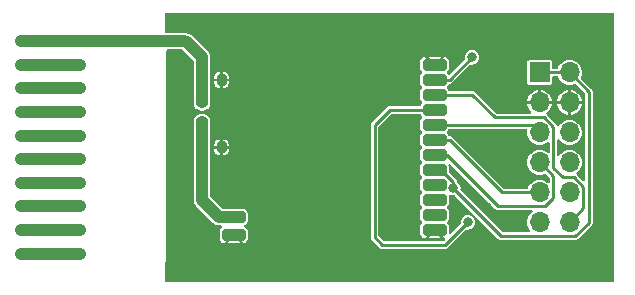
<source format=gbr>
%TF.GenerationSoftware,KiCad,Pcbnew,7.0.4*%
%TF.CreationDate,2023-05-26T13:26:56+02:00*%
%TF.ProjectId,AS4432_868,41533434-3332-45f3-9836-382e6b696361,rev?*%
%TF.SameCoordinates,Original*%
%TF.FileFunction,Copper,L1,Top*%
%TF.FilePolarity,Positive*%
%FSLAX46Y46*%
G04 Gerber Fmt 4.6, Leading zero omitted, Abs format (unit mm)*
G04 Created by KiCad (PCBNEW 7.0.4) date 2023-05-26 13:26:56*
%MOMM*%
%LPD*%
G01*
G04 APERTURE LIST*
G04 Aperture macros list*
%AMRoundRect*
0 Rectangle with rounded corners*
0 $1 Rounding radius*
0 $2 $3 $4 $5 $6 $7 $8 $9 X,Y pos of 4 corners*
0 Add a 4 corners polygon primitive as box body*
4,1,4,$2,$3,$4,$5,$6,$7,$8,$9,$2,$3,0*
0 Add four circle primitives for the rounded corners*
1,1,$1+$1,$2,$3*
1,1,$1+$1,$4,$5*
1,1,$1+$1,$6,$7*
1,1,$1+$1,$8,$9*
0 Add four rect primitives between the rounded corners*
20,1,$1+$1,$2,$3,$4,$5,0*
20,1,$1+$1,$4,$5,$6,$7,0*
20,1,$1+$1,$6,$7,$8,$9,0*
20,1,$1+$1,$8,$9,$2,$3,0*%
%AMOutline4P*
0 Free polygon, 4 corners , with rotation*
0 The origin of the aperture is its center*
0 number of corners: always 4*
0 $1 to $8 corner X, Y*
0 $9 Rotation angle, in degrees counterclockwise*
0 create outline with 4 corners*
4,1,4,$1,$2,$3,$4,$5,$6,$7,$8,$1,$2,$9*%
G04 Aperture macros list end*
%TA.AperFunction,EtchedComponent*%
%ADD10C,1.000000*%
%TD*%
%TA.AperFunction,ComponentPad*%
%ADD11R,1.700000X1.700000*%
%TD*%
%TA.AperFunction,ComponentPad*%
%ADD12O,1.700000X1.700000*%
%TD*%
%TA.AperFunction,SMDPad,CuDef*%
%ADD13RoundRect,0.250000X0.750000X0.250000X-0.750000X0.250000X-0.750000X-0.250000X0.750000X-0.250000X0*%
%TD*%
%TA.AperFunction,SMDPad,CuDef*%
%ADD14RoundRect,0.200000X-0.200000X-0.275000X0.200000X-0.275000X0.200000X0.275000X-0.200000X0.275000X0*%
%TD*%
%TA.AperFunction,ComponentPad*%
%ADD15C,1.000000*%
%TD*%
%TA.AperFunction,SMDPad,CuDef*%
%ADD16Outline4P,-0.350000X-0.400000X0.350000X-0.400000X0.050000X0.400000X-0.050000X0.400000X270.000000*%
%TD*%
%TA.AperFunction,SMDPad,CuDef*%
%ADD17RoundRect,0.200000X0.275000X-0.200000X0.275000X0.200000X-0.275000X0.200000X-0.275000X-0.200000X0*%
%TD*%
%TA.AperFunction,ViaPad*%
%ADD18C,0.800000*%
%TD*%
%TA.AperFunction,Conductor*%
%ADD19C,0.250000*%
%TD*%
%TA.AperFunction,Conductor*%
%ADD20C,1.000000*%
%TD*%
G04 APERTURE END LIST*
D10*
%TO.C,AE1*%
X105960000Y-58530000D02*
X110960000Y-58530000D01*
X105960000Y-56530000D02*
X110960000Y-56530000D01*
X105960000Y-54530000D02*
X110960000Y-54530000D01*
X105960000Y-52530000D02*
X110960000Y-52530000D01*
X105960000Y-50530000D02*
X110960000Y-50530000D01*
X105960000Y-48530000D02*
X110960000Y-48530000D01*
X105960000Y-46530000D02*
X110960000Y-46530000D01*
X105960000Y-44530000D02*
X110960000Y-44530000D01*
X105960000Y-42530000D02*
X110960000Y-42530000D01*
X116960000Y-40530000D02*
X105960000Y-40530000D01*
%TD*%
D11*
%TO.P,J1,1,Pin_1*%
%TO.N,VCC*%
X149860000Y-43180000D03*
D12*
%TO.P,J1,2,Pin_2*%
X152400000Y-43180000D03*
%TO.P,J1,3,Pin_3*%
%TO.N,GND*%
X149860000Y-45720000D03*
%TO.P,J1,4,Pin_4*%
X152400000Y-45720000D03*
%TO.P,J1,5,Pin_5*%
%TO.N,SCK*%
X149860000Y-48260000D03*
%TO.P,J1,6,Pin_6*%
%TO.N,unconnected-(J1-Pin_6-Pad6)*%
X152400000Y-48260000D03*
%TO.P,J1,7,Pin_7*%
%TO.N,MISO*%
X149860000Y-50800000D03*
%TO.P,J1,8,Pin_8*%
%TO.N,nCS2*%
X152400000Y-50800000D03*
%TO.P,J1,9,Pin_9*%
%TO.N,MOSI*%
X149860000Y-53340000D03*
%TO.P,J1,10,Pin_10*%
%TO.N,nRESET*%
X152400000Y-53340000D03*
%TO.P,J1,11,Pin_11*%
%TO.N,nCS*%
X149860000Y-55880000D03*
%TO.P,J1,12,Pin_12*%
%TO.N,IRQ*%
X152400000Y-55880000D03*
%TD*%
D13*
%TO.P,U1,1,GND*%
%TO.N,GND*%
X140970000Y-56515000D03*
%TO.P,U1,2,DIO0*%
%TO.N,unconnected-(U1-DIO0-Pad2)*%
X140970000Y-55245000D03*
%TO.P,U1,3,DIO1*%
%TO.N,unconnected-(U1-DIO1-Pad3)*%
X140970000Y-53975000D03*
%TO.P,U1,4,DIO2*%
%TO.N,unconnected-(U1-DIO2-Pad4)*%
X140970000Y-52705000D03*
%TO.P,U1,5,3.3V*%
%TO.N,VCC*%
X140970000Y-51435000D03*
%TO.P,U1,6,MISO*%
%TO.N,MISO*%
X140970000Y-50165000D03*
%TO.P,U1,7,MOSI*%
%TO.N,MOSI*%
X140970000Y-48895000D03*
%TO.P,U1,8,SCK*%
%TO.N,SCK*%
X140970000Y-47625000D03*
%TO.P,U1,9,NSS*%
%TO.N,nCS*%
X140970000Y-46355000D03*
%TO.P,U1,10,IRQ*%
%TO.N,IRQ*%
X140970000Y-45085000D03*
%TO.P,U1,11,SDN*%
%TO.N,nRESET*%
X140970000Y-43815000D03*
%TO.P,U1,12,GND*%
%TO.N,GND*%
X140970000Y-42545000D03*
%TO.P,U1,13,ANT*%
%TO.N,Net-(U1-ANT)*%
X123970000Y-55435000D03*
%TO.P,U1,14,GND*%
%TO.N,GND*%
X123970000Y-56935000D03*
%TD*%
D14*
%TO.P,M1,1*%
%TO.N,Net-(U1-ANT)*%
X121285000Y-49530000D03*
%TO.P,M1,2*%
%TO.N,GND*%
X122935000Y-49530000D03*
%TD*%
%TO.P,M3,1*%
%TO.N,Net-(AE1-A)*%
X121285000Y-43815000D03*
%TO.P,M3,2*%
%TO.N,GND*%
X122935000Y-43815000D03*
%TD*%
D15*
%TO.P,AE1,*%
%TO.N,*%
X105960000Y-58530000D03*
X110960000Y-58530000D03*
X105960000Y-56530000D03*
X110960000Y-56530000D03*
X105960000Y-54530000D03*
X110960000Y-54530000D03*
X105960000Y-52530000D03*
X110960000Y-52530000D03*
X105960000Y-50530000D03*
X110960000Y-50530000D03*
X105960000Y-48530000D03*
X110960000Y-48530000D03*
X105960000Y-46530000D03*
X110960000Y-46530000D03*
X105960000Y-44530000D03*
X110960000Y-44530000D03*
X105960000Y-42530000D03*
X110960000Y-42530000D03*
X105960000Y-40530000D03*
D16*
%TO.P,AE1,1,A*%
%TO.N,Net-(AE1-A)*%
X117660000Y-40530000D03*
%TD*%
D17*
%TO.P,M2,1*%
%TO.N,Net-(U1-ANT)*%
X121285000Y-47370000D03*
%TO.P,M2,2*%
%TO.N,Net-(AE1-A)*%
X121285000Y-45720000D03*
%TD*%
D18*
%TO.N,GND*%
X155575000Y-56515000D03*
X125095000Y-60325000D03*
X141605000Y-38735000D03*
X142875000Y-60325000D03*
X155575000Y-41275000D03*
X153035000Y-38735000D03*
X120015000Y-38735000D03*
X128905000Y-38735000D03*
X145415000Y-54610000D03*
X155575000Y-50165000D03*
X145415000Y-57150000D03*
X131445000Y-60325000D03*
X140335000Y-60325000D03*
X123825000Y-38735000D03*
X153035000Y-60325000D03*
X148590000Y-49530000D03*
X121285000Y-38735000D03*
X132715000Y-38735000D03*
X133985000Y-38735000D03*
X155575000Y-38735000D03*
X133985000Y-60325000D03*
X155575000Y-47625000D03*
X136525000Y-60325000D03*
X155575000Y-57785000D03*
X154305000Y-38735000D03*
X121285000Y-60325000D03*
X155575000Y-60325000D03*
X126365000Y-38735000D03*
X118745000Y-60325000D03*
X146685000Y-60325000D03*
X147955000Y-38735000D03*
X155575000Y-40005000D03*
X145415000Y-60325000D03*
X155575000Y-53975000D03*
X150495000Y-60325000D03*
X130175000Y-60325000D03*
X144145000Y-60325000D03*
X155575000Y-51435000D03*
X154305000Y-60325000D03*
X144145000Y-38735000D03*
X120015000Y-60325000D03*
X123825000Y-60325000D03*
X155575000Y-59055000D03*
X147955000Y-43180000D03*
X145415000Y-38735000D03*
X135255000Y-38735000D03*
X131445000Y-38735000D03*
X139065000Y-38735000D03*
X151765000Y-60325000D03*
X122555000Y-38735000D03*
X155575000Y-52705000D03*
X155575000Y-42545000D03*
X136525000Y-38735000D03*
X118745000Y-38735000D03*
X140335000Y-38735000D03*
X128905000Y-60325000D03*
X137160000Y-47625000D03*
X130175000Y-38735000D03*
X139065000Y-60325000D03*
X141605000Y-60325000D03*
X142875000Y-38735000D03*
X155575000Y-43815000D03*
X155575000Y-55245000D03*
X146685000Y-38735000D03*
X155575000Y-46355000D03*
X155575000Y-48895000D03*
X149225000Y-60325000D03*
X132715000Y-60325000D03*
X150495000Y-38735000D03*
X137795000Y-38735000D03*
X155575000Y-45085000D03*
X147955000Y-60325000D03*
X149225000Y-38735000D03*
X137795000Y-60325000D03*
X127635000Y-60325000D03*
X125095000Y-38735000D03*
X122555000Y-60325000D03*
X151765000Y-38735000D03*
X127635000Y-38735000D03*
X126365000Y-60325000D03*
X135255000Y-60325000D03*
X137795000Y-53340000D03*
%TO.N,nRESET*%
X144145000Y-41910000D03*
%TO.N,nCS*%
X143787500Y-55880000D03*
%TO.N,SCK*%
X140970000Y-47625000D03*
%TO.N,MOSI*%
X140970000Y-48895000D03*
%TO.N,MISO*%
X140970000Y-50165000D03*
%TO.N,VCC*%
X140970000Y-51345500D03*
X142568418Y-52997863D03*
%TD*%
D19*
%TO.N,nRESET*%
X142240000Y-43815000D02*
X140970000Y-43815000D01*
X144145000Y-41910000D02*
X142240000Y-43815000D01*
%TO.N,nCS*%
X135890000Y-47625000D02*
X135890000Y-57150000D01*
X141882500Y-57785000D02*
X143787500Y-55880000D01*
X137160000Y-46355000D02*
X135890000Y-47625000D01*
X136525000Y-57785000D02*
X141882500Y-57785000D01*
X135890000Y-57150000D02*
X136525000Y-57785000D01*
X140970000Y-46355000D02*
X137160000Y-46355000D01*
%TO.N,SCK*%
X149860000Y-48260000D02*
X149225000Y-47625000D01*
X149225000Y-47625000D02*
X140970000Y-47625000D01*
%TO.N,MOSI*%
X142240000Y-48895000D02*
X140970000Y-48895000D01*
X149860000Y-53340000D02*
X146685000Y-53340000D01*
X146685000Y-53340000D02*
X142240000Y-48895000D01*
%TO.N,MISO*%
X140970000Y-50165000D02*
X141995305Y-50165000D01*
X151035000Y-51975000D02*
X149860000Y-50800000D01*
X151035000Y-53826701D02*
X151035000Y-51975000D01*
X150346701Y-54515000D02*
X151035000Y-53826701D01*
X141995305Y-50165000D02*
X146345305Y-54515000D01*
X146345305Y-54515000D02*
X150346701Y-54515000D01*
%TO.N,VCC*%
X154025000Y-44805000D02*
X152400000Y-43180000D01*
X141513173Y-51435000D02*
X142568418Y-52490245D01*
X140970000Y-51435000D02*
X141513173Y-51435000D01*
X142568418Y-52997863D02*
X146625555Y-57055000D01*
X154025000Y-55916701D02*
X154025000Y-44805000D01*
X152400000Y-43180000D02*
X149860000Y-43180000D01*
X142568418Y-52490245D02*
X142568418Y-52997863D01*
X152886701Y-57055000D02*
X154025000Y-55916701D01*
X146625555Y-57055000D02*
X152886701Y-57055000D01*
D20*
%TO.N,Net-(AE1-A)*%
X121285000Y-43815000D02*
X121285000Y-45720000D01*
X115000000Y-40530000D02*
X119795000Y-40530000D01*
X121285000Y-41910000D02*
X121285000Y-43815000D01*
X121285000Y-41910000D02*
X120015000Y-40640000D01*
D19*
%TO.N,IRQ*%
X146050000Y-46990000D02*
X144145000Y-45085000D01*
X144145000Y-45085000D02*
X140970000Y-45085000D01*
X152400000Y-55880000D02*
X153575000Y-54705000D01*
X150251701Y-46990000D02*
X146050000Y-46990000D01*
X151035000Y-51286701D02*
X151035000Y-47773299D01*
X151035000Y-47773299D02*
X150251701Y-46990000D01*
X153575000Y-52853299D02*
X152791701Y-52070000D01*
X151818299Y-52070000D02*
X151035000Y-51286701D01*
X153575000Y-54705000D02*
X153575000Y-52853299D01*
X152791701Y-52070000D02*
X151818299Y-52070000D01*
D20*
%TO.N,Net-(U1-ANT)*%
X121285000Y-53975000D02*
X121285000Y-49530000D01*
X121285000Y-47370000D02*
X121285000Y-49530000D01*
X122745000Y-55435000D02*
X121285000Y-53975000D01*
X123970000Y-55435000D02*
X122745000Y-55435000D01*
%TD*%
%TA.AperFunction,Conductor*%
%TO.N,GND*%
G36*
X139757082Y-46699407D02*
G01*
X139792335Y-46746802D01*
X139817207Y-46817883D01*
X139900847Y-46931211D01*
X139920189Y-46989258D01*
X139901718Y-47047589D01*
X139900848Y-47048787D01*
X139817206Y-47162118D01*
X139772355Y-47290296D01*
X139772353Y-47290305D01*
X139769500Y-47320725D01*
X139769500Y-47929274D01*
X139772353Y-47959694D01*
X139772355Y-47959703D01*
X139817207Y-48087883D01*
X139900847Y-48201211D01*
X139920189Y-48259258D01*
X139901718Y-48317589D01*
X139900848Y-48318787D01*
X139817206Y-48432118D01*
X139772355Y-48560296D01*
X139772353Y-48560305D01*
X139769500Y-48590725D01*
X139769500Y-49199274D01*
X139772353Y-49229694D01*
X139772355Y-49229703D01*
X139817207Y-49357883D01*
X139900847Y-49471212D01*
X139920189Y-49529260D01*
X139901717Y-49587590D01*
X139900847Y-49588788D01*
X139817207Y-49702116D01*
X139772355Y-49830296D01*
X139772353Y-49830305D01*
X139769500Y-49860725D01*
X139769500Y-50469274D01*
X139772353Y-50499694D01*
X139772355Y-50499703D01*
X139817207Y-50627883D01*
X139900847Y-50741212D01*
X139920189Y-50799260D01*
X139901717Y-50857590D01*
X139900847Y-50858788D01*
X139817207Y-50972116D01*
X139772355Y-51100296D01*
X139772353Y-51100305D01*
X139769500Y-51130725D01*
X139769500Y-51739274D01*
X139772353Y-51769694D01*
X139772355Y-51769703D01*
X139817207Y-51897883D01*
X139900847Y-52011212D01*
X139920189Y-52069260D01*
X139901717Y-52127590D01*
X139900847Y-52128788D01*
X139817207Y-52242116D01*
X139772355Y-52370296D01*
X139772353Y-52370305D01*
X139769500Y-52400725D01*
X139769500Y-53009274D01*
X139772353Y-53039694D01*
X139772355Y-53039703D01*
X139817207Y-53167883D01*
X139900847Y-53281212D01*
X139920189Y-53339260D01*
X139901717Y-53397590D01*
X139900847Y-53398788D01*
X139817207Y-53512116D01*
X139772355Y-53640296D01*
X139772353Y-53640305D01*
X139769500Y-53670725D01*
X139769500Y-54279274D01*
X139772353Y-54309694D01*
X139772355Y-54309703D01*
X139817207Y-54437883D01*
X139900847Y-54551211D01*
X139920189Y-54609258D01*
X139901718Y-54667589D01*
X139900848Y-54668787D01*
X139817206Y-54782118D01*
X139772355Y-54910296D01*
X139772353Y-54910305D01*
X139769500Y-54940725D01*
X139769500Y-55549274D01*
X139772353Y-55579694D01*
X139772355Y-55579703D01*
X139817206Y-55707881D01*
X139901158Y-55821633D01*
X139920499Y-55879681D01*
X139902027Y-55938012D01*
X139901158Y-55939209D01*
X139817654Y-56052353D01*
X139772850Y-56180398D01*
X139770000Y-56210788D01*
X139770000Y-56819203D01*
X139772850Y-56849600D01*
X139772850Y-56849602D01*
X139817654Y-56977647D01*
X139898207Y-57086790D01*
X139898209Y-57086792D01*
X140007352Y-57167345D01*
X140132456Y-57211119D01*
X140899995Y-56443582D01*
X140954512Y-56415805D01*
X141014944Y-56425376D01*
X141040003Y-56443582D01*
X141826942Y-57230520D01*
X141838902Y-57237664D01*
X141862956Y-57293923D01*
X141849348Y-57353576D01*
X141834360Y-57372812D01*
X141776670Y-57430503D01*
X141722154Y-57458281D01*
X141706666Y-57459500D01*
X136700834Y-57459500D01*
X136642643Y-57440593D01*
X136630830Y-57430503D01*
X136415327Y-57214999D01*
X140411422Y-57214999D01*
X141528577Y-57214999D01*
X140969999Y-56656421D01*
X140411422Y-57214999D01*
X136415327Y-57214999D01*
X136244496Y-57044168D01*
X136216719Y-56989652D01*
X136215500Y-56974165D01*
X136215500Y-47800834D01*
X136234407Y-47742643D01*
X136244496Y-47730830D01*
X137265831Y-46709496D01*
X137320348Y-46681719D01*
X137335835Y-46680500D01*
X139698891Y-46680500D01*
X139757082Y-46699407D01*
G37*
%TD.AperFunction*%
%TA.AperFunction,Conductor*%
G36*
X142297830Y-50930102D02*
G01*
X142311456Y-50941477D01*
X146103562Y-54733584D01*
X146106480Y-54736769D01*
X146132849Y-54768193D01*
X146132850Y-54768194D01*
X146168378Y-54788706D01*
X146172017Y-54791025D01*
X146205616Y-54814551D01*
X146205618Y-54814552D01*
X146205621Y-54814554D01*
X146207072Y-54814942D01*
X146230964Y-54824840D01*
X146231491Y-54825143D01*
X146232260Y-54825588D01*
X146272656Y-54832710D01*
X146276853Y-54833640D01*
X146316498Y-54844264D01*
X146357378Y-54840687D01*
X146361679Y-54840500D01*
X149194035Y-54840500D01*
X149252226Y-54859407D01*
X149288190Y-54908907D01*
X149288190Y-54970093D01*
X149256840Y-55016028D01*
X149113595Y-55133585D01*
X149113585Y-55133595D01*
X148982316Y-55293547D01*
X148884768Y-55476045D01*
X148824699Y-55674065D01*
X148824698Y-55674070D01*
X148804417Y-55879996D01*
X148804417Y-55880003D01*
X148824698Y-56085929D01*
X148824699Y-56085934D01*
X148884768Y-56283954D01*
X148982316Y-56466452D01*
X149065404Y-56567695D01*
X149087704Y-56624672D01*
X149072255Y-56683875D01*
X149024958Y-56722690D01*
X148988876Y-56729500D01*
X146801390Y-56729500D01*
X146743199Y-56710593D01*
X146731386Y-56700504D01*
X143191710Y-53160829D01*
X143163933Y-53106312D01*
X143163561Y-53077909D01*
X143174100Y-52997863D01*
X143153462Y-52841101D01*
X143106370Y-52727410D01*
X143092955Y-52695024D01*
X143092955Y-52695023D01*
X142996704Y-52569586D01*
X142996703Y-52569585D01*
X142996700Y-52569581D01*
X142996695Y-52569577D01*
X142996694Y-52569576D01*
X142935193Y-52522385D01*
X142900537Y-52471961D01*
X142899834Y-52469468D01*
X142887064Y-52421812D01*
X142886128Y-52417593D01*
X142883568Y-52403073D01*
X142879006Y-52377200D01*
X142878258Y-52375904D01*
X142868360Y-52352012D01*
X142867972Y-52350561D01*
X142867970Y-52350558D01*
X142867969Y-52350556D01*
X142844443Y-52316957D01*
X142842121Y-52313313D01*
X142841094Y-52311535D01*
X142821612Y-52277790D01*
X142821611Y-52277788D01*
X142800487Y-52260064D01*
X142790183Y-52251418D01*
X142787006Y-52248506D01*
X142199496Y-51660997D01*
X142171719Y-51606480D01*
X142170500Y-51590993D01*
X142170500Y-51130727D01*
X142170499Y-51130725D01*
X142167646Y-51100305D01*
X142167646Y-51100301D01*
X142148007Y-51044178D01*
X142146634Y-50983009D01*
X142181478Y-50932715D01*
X142239230Y-50912506D01*
X142297830Y-50930102D01*
G37*
%TD.AperFunction*%
%TA.AperFunction,Conductor*%
G36*
X148783861Y-47969407D02*
G01*
X148819825Y-48018907D01*
X148824193Y-48059204D01*
X148804417Y-48259996D01*
X148804417Y-48260003D01*
X148824698Y-48465929D01*
X148824699Y-48465934D01*
X148884768Y-48663954D01*
X148982316Y-48846452D01*
X149001506Y-48869835D01*
X149113590Y-49006410D01*
X149113595Y-49006414D01*
X149273547Y-49137683D01*
X149273548Y-49137683D01*
X149273550Y-49137685D01*
X149456046Y-49235232D01*
X149567903Y-49269163D01*
X149654065Y-49295300D01*
X149654070Y-49295301D01*
X149859997Y-49315583D01*
X149860000Y-49315583D01*
X149860003Y-49315583D01*
X150065929Y-49295301D01*
X150065934Y-49295300D01*
X150065934Y-49295299D01*
X150263954Y-49235232D01*
X150446450Y-49137685D01*
X150547697Y-49054594D01*
X150604671Y-49032295D01*
X150663874Y-49047743D01*
X150702690Y-49095040D01*
X150709500Y-49131123D01*
X150709500Y-49928876D01*
X150690593Y-49987067D01*
X150641093Y-50023031D01*
X150579907Y-50023031D01*
X150547695Y-50005404D01*
X150455986Y-49930141D01*
X150446452Y-49922316D01*
X150263954Y-49824768D01*
X150065934Y-49764699D01*
X150065929Y-49764698D01*
X149860003Y-49744417D01*
X149859997Y-49744417D01*
X149654070Y-49764698D01*
X149654065Y-49764699D01*
X149456045Y-49824768D01*
X149273547Y-49922316D01*
X149113595Y-50053585D01*
X149113585Y-50053595D01*
X148982316Y-50213547D01*
X148884768Y-50396045D01*
X148824699Y-50594065D01*
X148824698Y-50594070D01*
X148804417Y-50799996D01*
X148804417Y-50800003D01*
X148824698Y-51005929D01*
X148824699Y-51005934D01*
X148884768Y-51203954D01*
X148982316Y-51386452D01*
X149113585Y-51546404D01*
X149113590Y-51546410D01*
X149113595Y-51546414D01*
X149273547Y-51677683D01*
X149273548Y-51677683D01*
X149273550Y-51677685D01*
X149456046Y-51775232D01*
X149589829Y-51815814D01*
X149654065Y-51835300D01*
X149654070Y-51835301D01*
X149859997Y-51855583D01*
X149860000Y-51855583D01*
X149860003Y-51855583D01*
X150065929Y-51835301D01*
X150065934Y-51835300D01*
X150263954Y-51775232D01*
X150271499Y-51771198D01*
X150331730Y-51760439D01*
X150386783Y-51787137D01*
X150388176Y-51788502D01*
X150680504Y-52080830D01*
X150708281Y-52135347D01*
X150709500Y-52150834D01*
X150709500Y-52468876D01*
X150690593Y-52527067D01*
X150641093Y-52563031D01*
X150579907Y-52563031D01*
X150547695Y-52545404D01*
X150519646Y-52522385D01*
X150446452Y-52462316D01*
X150263954Y-52364768D01*
X150065934Y-52304699D01*
X150065929Y-52304698D01*
X149860003Y-52284417D01*
X149859997Y-52284417D01*
X149654070Y-52304698D01*
X149654065Y-52304699D01*
X149456045Y-52364768D01*
X149273547Y-52462316D01*
X149113595Y-52593585D01*
X149113585Y-52593595D01*
X148982316Y-52753547D01*
X148884769Y-52936043D01*
X148884768Y-52936045D01*
X148884768Y-52936046D01*
X148882282Y-52944241D01*
X148847297Y-52994436D01*
X148789488Y-53014481D01*
X148787546Y-53014500D01*
X146860835Y-53014500D01*
X146802644Y-52995593D01*
X146790831Y-52985504D01*
X142481741Y-48676414D01*
X142478822Y-48673229D01*
X142452456Y-48641806D01*
X142429818Y-48628736D01*
X142416918Y-48621288D01*
X142413288Y-48618975D01*
X142379684Y-48595446D01*
X142379679Y-48595443D01*
X142378224Y-48595054D01*
X142354348Y-48585164D01*
X142353045Y-48584411D01*
X142312652Y-48577289D01*
X142308436Y-48576354D01*
X142282855Y-48569500D01*
X142268807Y-48565736D01*
X142268806Y-48565736D01*
X142268804Y-48565735D01*
X142249152Y-48567455D01*
X142189535Y-48553691D01*
X142149395Y-48507513D01*
X142147089Y-48501552D01*
X142122793Y-48432118D01*
X142097766Y-48398208D01*
X142039152Y-48318787D01*
X142019811Y-48260739D01*
X142038283Y-48202408D01*
X142039153Y-48201211D01*
X142122792Y-48087883D01*
X142122791Y-48087883D01*
X142122793Y-48087882D01*
X142147664Y-48016802D01*
X142184730Y-47968122D01*
X142241109Y-47950500D01*
X148725670Y-47950500D01*
X148783861Y-47969407D01*
G37*
%TD.AperFunction*%
%TA.AperFunction,Conductor*%
G36*
X156143691Y-38144407D02*
G01*
X156179655Y-38193907D01*
X156184500Y-38224500D01*
X156184500Y-60835500D01*
X156165593Y-60893691D01*
X156116093Y-60929655D01*
X156085500Y-60934500D01*
X118209000Y-60934500D01*
X118150809Y-60915593D01*
X118114845Y-60866093D01*
X118110000Y-60835500D01*
X118110000Y-59329000D01*
X118128907Y-59270809D01*
X118178407Y-59234845D01*
X118209000Y-59230000D01*
X118259999Y-59230000D01*
X118260000Y-59230000D01*
X118260000Y-57634999D01*
X123411422Y-57634999D01*
X124528577Y-57634999D01*
X123969999Y-57076421D01*
X123411422Y-57634999D01*
X118260000Y-57634999D01*
X118260000Y-54017604D01*
X120580641Y-54017604D01*
X120591891Y-54078999D01*
X120592341Y-54081954D01*
X120599860Y-54143873D01*
X120599861Y-54143875D01*
X120604255Y-54155461D01*
X120609067Y-54172723D01*
X120611303Y-54184926D01*
X120611305Y-54184933D01*
X120636916Y-54241837D01*
X120638060Y-54244600D01*
X120660183Y-54302932D01*
X120660183Y-54302934D01*
X120667229Y-54313141D01*
X120676029Y-54328743D01*
X120681120Y-54340054D01*
X120719598Y-54389168D01*
X120721369Y-54391576D01*
X120753333Y-54437882D01*
X120756817Y-54442929D01*
X120784183Y-54467173D01*
X120803508Y-54484294D01*
X120805686Y-54486344D01*
X122233654Y-55914312D01*
X122235704Y-55916489D01*
X122277065Y-55963177D01*
X122277067Y-55963179D01*
X122277071Y-55963183D01*
X122328445Y-55998644D01*
X122330832Y-56000402D01*
X122379940Y-56038876D01*
X122379942Y-56038876D01*
X122379944Y-56038878D01*
X122390449Y-56043606D01*
X122391247Y-56043965D01*
X122406856Y-56052768D01*
X122412967Y-56056986D01*
X122417070Y-56059818D01*
X122475421Y-56081947D01*
X122478145Y-56083075D01*
X122535069Y-56108695D01*
X122547279Y-56110932D01*
X122564529Y-56115741D01*
X122576128Y-56120140D01*
X122638070Y-56127660D01*
X122640985Y-56128104D01*
X122702394Y-56139358D01*
X122764693Y-56135589D01*
X122767659Y-56135500D01*
X122905883Y-56135500D01*
X122964074Y-56154407D01*
X123000038Y-56203907D01*
X123000038Y-56265093D01*
X122964672Y-56314155D01*
X122898209Y-56363207D01*
X122898207Y-56363209D01*
X122817654Y-56472352D01*
X122772850Y-56600398D01*
X122770000Y-56630788D01*
X122770000Y-57239203D01*
X122772850Y-57269600D01*
X122772850Y-57269602D01*
X122817654Y-57397647D01*
X122898207Y-57506790D01*
X122898209Y-57506792D01*
X123007352Y-57587345D01*
X123132456Y-57631119D01*
X123899995Y-56863582D01*
X123954512Y-56835805D01*
X124014944Y-56845376D01*
X124040003Y-56863582D01*
X124807541Y-57631119D01*
X124932647Y-57587344D01*
X125041790Y-57506792D01*
X125041792Y-57506790D01*
X125122345Y-57397647D01*
X125167149Y-57269601D01*
X125169999Y-57239211D01*
X125169999Y-57178806D01*
X135560736Y-57178806D01*
X135571354Y-57218436D01*
X135572289Y-57222652D01*
X135579411Y-57263045D01*
X135580164Y-57264348D01*
X135590054Y-57288224D01*
X135590443Y-57289679D01*
X135590446Y-57289684D01*
X135603407Y-57308195D01*
X135613971Y-57323281D01*
X135616292Y-57326924D01*
X135636806Y-57362455D01*
X135668224Y-57388818D01*
X135671410Y-57391737D01*
X136283257Y-58003584D01*
X136286175Y-58006769D01*
X136312544Y-58038193D01*
X136312545Y-58038194D01*
X136348073Y-58058706D01*
X136351712Y-58061025D01*
X136385311Y-58084551D01*
X136385313Y-58084552D01*
X136385316Y-58084554D01*
X136386767Y-58084942D01*
X136410659Y-58094840D01*
X136411186Y-58095143D01*
X136411955Y-58095588D01*
X136452351Y-58102710D01*
X136456548Y-58103640D01*
X136496193Y-58114264D01*
X136537077Y-58110687D01*
X136541377Y-58110500D01*
X141866126Y-58110500D01*
X141870426Y-58110687D01*
X141911307Y-58114264D01*
X141950952Y-58103640D01*
X141955150Y-58102710D01*
X141995545Y-58095588D01*
X141995547Y-58095587D01*
X141996845Y-58094838D01*
X142020736Y-58084942D01*
X142020964Y-58084880D01*
X142022184Y-58084554D01*
X142055803Y-58061012D01*
X142059411Y-58058714D01*
X142094955Y-58038194D01*
X142121338Y-58006750D01*
X142124226Y-58003598D01*
X143624534Y-56503290D01*
X143679049Y-56475515D01*
X143707452Y-56475143D01*
X143787500Y-56485682D01*
X143944262Y-56465044D01*
X144090341Y-56404536D01*
X144215782Y-56308282D01*
X144312036Y-56182841D01*
X144372544Y-56036762D01*
X144393182Y-55880000D01*
X144393181Y-55879996D01*
X144383230Y-55804408D01*
X144372544Y-55723238D01*
X144312037Y-55577161D01*
X144312037Y-55577160D01*
X144215786Y-55451723D01*
X144215785Y-55451722D01*
X144215782Y-55451718D01*
X144215777Y-55451714D01*
X144215776Y-55451713D01*
X144090338Y-55355462D01*
X143944266Y-55294957D01*
X143944258Y-55294955D01*
X143787501Y-55274318D01*
X143787499Y-55274318D01*
X143630741Y-55294955D01*
X143630733Y-55294957D01*
X143484661Y-55355462D01*
X143484660Y-55355462D01*
X143359223Y-55451713D01*
X143359213Y-55451723D01*
X143262962Y-55577160D01*
X143262962Y-55577161D01*
X143202457Y-55723233D01*
X143202455Y-55723241D01*
X143181818Y-55879999D01*
X143181818Y-55880000D01*
X143192355Y-55960040D01*
X143181205Y-56020201D01*
X143164206Y-56042966D01*
X142339003Y-56868169D01*
X142284486Y-56895946D01*
X142224054Y-56886375D01*
X142180789Y-56843110D01*
X142169999Y-56798165D01*
X142169999Y-56210796D01*
X142167149Y-56180399D01*
X142167149Y-56180397D01*
X142122344Y-56052350D01*
X142038842Y-55939209D01*
X142019500Y-55881161D01*
X142037971Y-55822831D01*
X142038842Y-55821633D01*
X142099625Y-55739274D01*
X142122793Y-55707882D01*
X142167646Y-55579699D01*
X142170499Y-55549273D01*
X142170500Y-55549273D01*
X142170500Y-54940726D01*
X142170499Y-54940725D01*
X142167646Y-54910305D01*
X142167646Y-54910301D01*
X142122793Y-54782118D01*
X142122792Y-54782116D01*
X142039153Y-54668788D01*
X142019811Y-54610740D01*
X142038283Y-54552410D01*
X142039153Y-54551212D01*
X142122792Y-54437883D01*
X142122791Y-54437883D01*
X142122793Y-54437882D01*
X142167646Y-54309699D01*
X142170499Y-54279273D01*
X142170500Y-54279273D01*
X142170500Y-53670728D01*
X142168611Y-53650588D01*
X142167646Y-53640301D01*
X142167645Y-53640299D01*
X142167525Y-53639016D01*
X142180914Y-53579313D01*
X142226839Y-53538883D01*
X142287757Y-53533169D01*
X142303975Y-53538304D01*
X142411656Y-53582907D01*
X142568418Y-53603545D01*
X142648459Y-53593006D01*
X142708617Y-53604155D01*
X142731384Y-53621155D01*
X146383823Y-57273596D01*
X146386742Y-57276782D01*
X146413100Y-57308194D01*
X146448629Y-57328707D01*
X146452264Y-57331022D01*
X146485871Y-57354554D01*
X146487322Y-57354942D01*
X146511214Y-57364840D01*
X146512509Y-57365588D01*
X146521409Y-57367157D01*
X146552920Y-57372713D01*
X146557099Y-57373638D01*
X146596748Y-57384263D01*
X146637620Y-57380687D01*
X146641920Y-57380500D01*
X152870327Y-57380500D01*
X152874627Y-57380687D01*
X152915508Y-57384264D01*
X152955153Y-57373640D01*
X152959351Y-57372710D01*
X152999746Y-57365588D01*
X153001046Y-57364838D01*
X153024937Y-57354942D01*
X153025165Y-57354880D01*
X153026385Y-57354554D01*
X153060004Y-57331012D01*
X153063612Y-57328714D01*
X153099156Y-57308194D01*
X153125539Y-57276750D01*
X153128430Y-57273596D01*
X154243583Y-56158443D01*
X154246760Y-56155530D01*
X154278194Y-56129156D01*
X154298714Y-56093612D01*
X154301012Y-56090004D01*
X154324554Y-56056385D01*
X154324941Y-56054937D01*
X154334838Y-56031046D01*
X154335588Y-56029746D01*
X154340762Y-56000402D01*
X154342710Y-55989351D01*
X154343640Y-55985153D01*
X154354264Y-55945508D01*
X154350687Y-55904623D01*
X154350500Y-55900324D01*
X154350500Y-44821373D01*
X154350687Y-44817072D01*
X154354264Y-44776193D01*
X154343640Y-44736548D01*
X154342710Y-44732348D01*
X154335588Y-44691955D01*
X154334840Y-44690659D01*
X154324942Y-44666767D01*
X154324554Y-44665316D01*
X154324552Y-44665313D01*
X154324551Y-44665311D01*
X154301025Y-44631712D01*
X154298703Y-44628068D01*
X154278193Y-44592543D01*
X154257069Y-44574819D01*
X154246765Y-44566173D01*
X154243588Y-44563261D01*
X153388502Y-43708176D01*
X153360725Y-43653659D01*
X153370296Y-43593227D01*
X153371174Y-43591544D01*
X153375232Y-43583954D01*
X153435300Y-43385934D01*
X153435301Y-43385929D01*
X153455583Y-43180003D01*
X153455583Y-43179996D01*
X153435301Y-42974070D01*
X153435300Y-42974065D01*
X153399030Y-42854500D01*
X153375232Y-42776046D01*
X153277685Y-42593550D01*
X153146410Y-42433590D01*
X153109839Y-42403577D01*
X152986452Y-42302316D01*
X152803954Y-42204768D01*
X152605934Y-42144699D01*
X152605929Y-42144698D01*
X152400003Y-42124417D01*
X152399997Y-42124417D01*
X152194070Y-42144698D01*
X152194065Y-42144699D01*
X151996045Y-42204768D01*
X151813547Y-42302316D01*
X151653595Y-42433585D01*
X151653585Y-42433595D01*
X151522316Y-42593547D01*
X151424769Y-42776043D01*
X151424768Y-42776045D01*
X151424768Y-42776046D01*
X151422282Y-42784241D01*
X151387297Y-42834436D01*
X151329488Y-42854481D01*
X151327546Y-42854500D01*
X151009500Y-42854500D01*
X150951309Y-42835593D01*
X150915345Y-42786093D01*
X150910500Y-42755500D01*
X150910500Y-42310253D01*
X150910498Y-42310241D01*
X150907711Y-42296231D01*
X150898867Y-42251769D01*
X150854552Y-42185448D01*
X150833169Y-42171160D01*
X150788233Y-42141134D01*
X150788231Y-42141133D01*
X150788228Y-42141132D01*
X150788227Y-42141132D01*
X150729758Y-42129501D01*
X150729748Y-42129500D01*
X148990252Y-42129500D01*
X148990251Y-42129500D01*
X148990241Y-42129501D01*
X148931772Y-42141132D01*
X148931766Y-42141134D01*
X148865451Y-42185445D01*
X148865445Y-42185451D01*
X148821134Y-42251766D01*
X148821132Y-42251772D01*
X148809501Y-42310241D01*
X148809500Y-42310253D01*
X148809500Y-44049746D01*
X148809501Y-44049758D01*
X148821132Y-44108227D01*
X148821134Y-44108233D01*
X148860493Y-44167137D01*
X148865448Y-44174552D01*
X148931769Y-44218867D01*
X148976231Y-44227711D01*
X148990241Y-44230498D01*
X148990246Y-44230498D01*
X148990252Y-44230500D01*
X148990253Y-44230500D01*
X150729747Y-44230500D01*
X150729748Y-44230500D01*
X150788231Y-44218867D01*
X150854552Y-44174552D01*
X150898867Y-44108231D01*
X150910500Y-44049748D01*
X150910500Y-43604500D01*
X150929407Y-43546309D01*
X150978907Y-43510345D01*
X151009500Y-43505500D01*
X151327546Y-43505500D01*
X151385737Y-43524407D01*
X151421701Y-43573907D01*
X151422267Y-43575709D01*
X151424768Y-43583954D01*
X151424769Y-43583956D01*
X151522316Y-43766452D01*
X151527385Y-43772628D01*
X151653590Y-43926410D01*
X151653595Y-43926414D01*
X151813547Y-44057683D01*
X151813548Y-44057683D01*
X151813550Y-44057685D01*
X151996046Y-44155232D01*
X152133996Y-44197078D01*
X152194065Y-44215300D01*
X152194070Y-44215301D01*
X152399997Y-44235583D01*
X152400000Y-44235583D01*
X152400003Y-44235583D01*
X152605929Y-44215301D01*
X152605934Y-44215300D01*
X152606458Y-44215141D01*
X152803954Y-44155232D01*
X152811499Y-44151198D01*
X152871730Y-44140439D01*
X152926783Y-44167137D01*
X152928176Y-44168502D01*
X153670505Y-44910831D01*
X153698281Y-44965346D01*
X153699500Y-44980833D01*
X153699500Y-52278465D01*
X153680593Y-52336656D01*
X153631093Y-52372620D01*
X153569907Y-52372620D01*
X153530496Y-52348469D01*
X153033442Y-51851414D01*
X153030523Y-51848229D01*
X153004158Y-51816808D01*
X153002973Y-51815814D01*
X153001948Y-51814175D01*
X152998589Y-51810171D01*
X152999151Y-51809698D01*
X152970548Y-51763928D01*
X152974813Y-51702891D01*
X153003800Y-51663446D01*
X153146410Y-51546410D01*
X153277685Y-51386450D01*
X153375232Y-51203954D01*
X153435300Y-51005934D01*
X153435301Y-51005929D01*
X153455583Y-50800003D01*
X153455583Y-50799996D01*
X153435301Y-50594070D01*
X153435300Y-50594065D01*
X153417078Y-50533996D01*
X153375232Y-50396046D01*
X153277685Y-50213550D01*
X153270667Y-50204999D01*
X153146414Y-50053595D01*
X153146410Y-50053590D01*
X153146404Y-50053585D01*
X152986452Y-49922316D01*
X152803954Y-49824768D01*
X152605934Y-49764699D01*
X152605929Y-49764698D01*
X152400003Y-49744417D01*
X152399997Y-49744417D01*
X152194070Y-49764698D01*
X152194065Y-49764699D01*
X151996045Y-49824768D01*
X151813547Y-49922316D01*
X151653595Y-50053585D01*
X151653585Y-50053595D01*
X151536028Y-50196840D01*
X151484497Y-50229827D01*
X151423417Y-50226225D01*
X151376121Y-50187410D01*
X151360500Y-50134035D01*
X151360500Y-48925964D01*
X151379407Y-48867773D01*
X151428907Y-48831809D01*
X151490093Y-48831809D01*
X151536027Y-48863158D01*
X151653590Y-49006410D01*
X151653595Y-49006414D01*
X151813547Y-49137683D01*
X151813548Y-49137683D01*
X151813550Y-49137685D01*
X151996046Y-49235232D01*
X152107903Y-49269163D01*
X152194065Y-49295300D01*
X152194070Y-49295301D01*
X152399997Y-49315583D01*
X152400000Y-49315583D01*
X152400003Y-49315583D01*
X152605929Y-49295301D01*
X152605934Y-49295300D01*
X152605933Y-49295299D01*
X152803954Y-49235232D01*
X152986450Y-49137685D01*
X153146410Y-49006410D01*
X153277685Y-48846450D01*
X153375232Y-48663954D01*
X153435300Y-48465934D01*
X153435301Y-48465929D01*
X153455583Y-48260003D01*
X153455583Y-48259996D01*
X153435301Y-48054070D01*
X153435300Y-48054065D01*
X153409229Y-47968122D01*
X153375232Y-47856046D01*
X153277685Y-47673550D01*
X153272479Y-47667207D01*
X153162407Y-47533083D01*
X153146410Y-47513590D01*
X153144409Y-47511948D01*
X152986452Y-47382316D01*
X152803954Y-47284768D01*
X152605934Y-47224699D01*
X152605929Y-47224698D01*
X152400003Y-47204417D01*
X152399997Y-47204417D01*
X152194070Y-47224698D01*
X152194065Y-47224699D01*
X151996045Y-47284768D01*
X151813547Y-47382316D01*
X151653595Y-47513585D01*
X151653585Y-47513595D01*
X151522316Y-47673547D01*
X151519616Y-47677590D01*
X151517480Y-47676163D01*
X151480416Y-47711762D01*
X151419803Y-47720112D01*
X151365858Y-47691240D01*
X151350887Y-47667207D01*
X151349925Y-47667763D01*
X151344840Y-47658958D01*
X151334942Y-47635066D01*
X151334554Y-47633615D01*
X151334552Y-47633612D01*
X151334551Y-47633610D01*
X151311025Y-47600011D01*
X151308703Y-47596367D01*
X151288193Y-47560842D01*
X151267069Y-47543118D01*
X151256765Y-47534472D01*
X151253588Y-47531560D01*
X150493442Y-46771414D01*
X150490523Y-46768229D01*
X150464155Y-46736805D01*
X150462581Y-46735484D01*
X150461221Y-46733308D01*
X150458589Y-46730171D01*
X150459029Y-46729801D01*
X150430158Y-46683596D01*
X150434426Y-46622560D01*
X150463413Y-46583117D01*
X150606052Y-46466057D01*
X150606059Y-46466050D01*
X150737268Y-46306170D01*
X150737275Y-46306160D01*
X150834765Y-46123767D01*
X150834767Y-46123762D01*
X150894808Y-45925836D01*
X150894809Y-45925831D01*
X150905232Y-45820000D01*
X151354767Y-45820000D01*
X151365190Y-45925831D01*
X151365191Y-45925836D01*
X151425232Y-46123762D01*
X151425234Y-46123767D01*
X151522724Y-46306160D01*
X151522731Y-46306170D01*
X151653940Y-46466050D01*
X151653949Y-46466059D01*
X151813829Y-46597268D01*
X151813839Y-46597275D01*
X151996232Y-46694765D01*
X151996237Y-46694767D01*
X152194166Y-46754808D01*
X152299998Y-46765231D01*
X152300000Y-46765230D01*
X152300000Y-46210764D01*
X152364237Y-46220000D01*
X152435763Y-46220000D01*
X152500000Y-46210764D01*
X152500000Y-46765230D01*
X152500001Y-46765231D01*
X152605833Y-46754808D01*
X152803762Y-46694767D01*
X152803767Y-46694765D01*
X152986160Y-46597275D01*
X152986170Y-46597268D01*
X153146050Y-46466059D01*
X153146059Y-46466050D01*
X153277268Y-46306170D01*
X153277275Y-46306160D01*
X153374765Y-46123767D01*
X153374767Y-46123762D01*
X153434808Y-45925836D01*
X153434809Y-45925831D01*
X153445232Y-45820000D01*
X152891746Y-45820000D01*
X152900000Y-45791889D01*
X152900000Y-45648111D01*
X152891746Y-45620000D01*
X153445232Y-45620000D01*
X153445232Y-45619999D01*
X153434809Y-45514168D01*
X153434808Y-45514163D01*
X153374767Y-45316237D01*
X153374765Y-45316232D01*
X153277275Y-45133839D01*
X153277268Y-45133829D01*
X153146059Y-44973949D01*
X153146050Y-44973940D01*
X152986170Y-44842731D01*
X152986160Y-44842724D01*
X152803767Y-44745234D01*
X152803762Y-44745232D01*
X152605836Y-44685191D01*
X152605831Y-44685190D01*
X152500000Y-44674767D01*
X152500000Y-45229235D01*
X152435763Y-45220000D01*
X152364237Y-45220000D01*
X152300000Y-45229235D01*
X152300000Y-44674767D01*
X152299999Y-44674767D01*
X152194168Y-44685190D01*
X152194163Y-44685191D01*
X151996237Y-44745232D01*
X151996232Y-44745234D01*
X151813839Y-44842724D01*
X151813829Y-44842731D01*
X151653949Y-44973940D01*
X151653940Y-44973949D01*
X151522731Y-45133829D01*
X151522724Y-45133839D01*
X151425234Y-45316232D01*
X151425232Y-45316237D01*
X151365191Y-45514163D01*
X151365190Y-45514168D01*
X151354767Y-45619999D01*
X151354768Y-45620000D01*
X151908254Y-45620000D01*
X151900000Y-45648111D01*
X151900000Y-45791889D01*
X151908254Y-45820000D01*
X151354767Y-45820000D01*
X150905232Y-45820000D01*
X150351746Y-45820000D01*
X150360000Y-45791889D01*
X150360000Y-45648111D01*
X150351746Y-45620000D01*
X150905232Y-45620000D01*
X150905232Y-45619999D01*
X150894809Y-45514168D01*
X150894808Y-45514163D01*
X150834767Y-45316237D01*
X150834765Y-45316232D01*
X150737275Y-45133839D01*
X150737268Y-45133829D01*
X150606059Y-44973949D01*
X150606050Y-44973940D01*
X150446170Y-44842731D01*
X150446160Y-44842724D01*
X150263767Y-44745234D01*
X150263762Y-44745232D01*
X150065836Y-44685191D01*
X150065831Y-44685190D01*
X149960000Y-44674767D01*
X149960000Y-45229235D01*
X149895763Y-45220000D01*
X149824237Y-45220000D01*
X149760000Y-45229235D01*
X149760000Y-44674767D01*
X149759999Y-44674767D01*
X149654168Y-44685190D01*
X149654163Y-44685191D01*
X149456237Y-44745232D01*
X149456232Y-44745234D01*
X149273839Y-44842724D01*
X149273829Y-44842731D01*
X149113949Y-44973940D01*
X149113940Y-44973949D01*
X148982731Y-45133829D01*
X148982724Y-45133839D01*
X148885234Y-45316232D01*
X148885232Y-45316237D01*
X148825191Y-45514163D01*
X148825190Y-45514168D01*
X148814767Y-45619999D01*
X148814768Y-45620000D01*
X149368254Y-45620000D01*
X149360000Y-45648111D01*
X149360000Y-45791889D01*
X149368254Y-45820000D01*
X148814767Y-45820000D01*
X148825190Y-45925831D01*
X148825191Y-45925836D01*
X148885232Y-46123762D01*
X148885234Y-46123767D01*
X148982724Y-46306160D01*
X148982731Y-46306170D01*
X149113940Y-46466050D01*
X149113953Y-46466063D01*
X149141868Y-46488972D01*
X149174856Y-46540503D01*
X149171255Y-46601582D01*
X149132439Y-46648879D01*
X149079064Y-46664500D01*
X146225834Y-46664500D01*
X146167643Y-46645593D01*
X146155830Y-46635504D01*
X144386741Y-44866414D01*
X144383822Y-44863229D01*
X144357456Y-44831806D01*
X144331908Y-44817056D01*
X144321918Y-44811288D01*
X144318288Y-44808975D01*
X144284684Y-44785446D01*
X144284679Y-44785443D01*
X144283224Y-44785054D01*
X144259348Y-44775164D01*
X144258045Y-44774411D01*
X144217652Y-44767289D01*
X144213436Y-44766354D01*
X144187153Y-44759312D01*
X144173807Y-44755736D01*
X144173806Y-44755736D01*
X144169381Y-44756123D01*
X144132926Y-44759312D01*
X144128626Y-44759500D01*
X142241109Y-44759500D01*
X142182918Y-44740593D01*
X142147665Y-44693198D01*
X142122792Y-44622116D01*
X142039153Y-44508788D01*
X142019811Y-44450740D01*
X142038283Y-44392410D01*
X142039153Y-44391212D01*
X142122791Y-44277885D01*
X142122792Y-44277883D01*
X142122793Y-44277882D01*
X142147082Y-44208467D01*
X142184145Y-44159789D01*
X142242745Y-44142192D01*
X142249134Y-44142542D01*
X142268807Y-44144264D01*
X142308452Y-44133640D01*
X142312650Y-44132710D01*
X142353045Y-44125588D01*
X142354345Y-44124838D01*
X142378236Y-44114942D01*
X142378464Y-44114880D01*
X142379684Y-44114554D01*
X142413303Y-44091012D01*
X142416911Y-44088714D01*
X142452455Y-44068194D01*
X142478838Y-44036750D01*
X142481726Y-44033598D01*
X143982034Y-42533290D01*
X144036549Y-42505515D01*
X144064952Y-42505143D01*
X144145000Y-42515682D01*
X144301762Y-42495044D01*
X144447841Y-42434536D01*
X144573282Y-42338282D01*
X144669536Y-42212841D01*
X144730044Y-42066762D01*
X144750682Y-41910000D01*
X144730044Y-41753238D01*
X144725028Y-41741128D01*
X144669537Y-41607161D01*
X144669537Y-41607160D01*
X144573286Y-41481723D01*
X144573285Y-41481722D01*
X144573282Y-41481718D01*
X144573277Y-41481714D01*
X144573276Y-41481713D01*
X144466404Y-41399708D01*
X144447841Y-41385464D01*
X144447840Y-41385463D01*
X144447838Y-41385462D01*
X144301766Y-41324957D01*
X144301758Y-41324955D01*
X144145001Y-41304318D01*
X144144999Y-41304318D01*
X143988241Y-41324955D01*
X143988233Y-41324957D01*
X143842161Y-41385462D01*
X143842160Y-41385462D01*
X143716723Y-41481713D01*
X143716713Y-41481723D01*
X143620462Y-41607160D01*
X143620462Y-41607161D01*
X143559957Y-41753233D01*
X143559955Y-41753241D01*
X143539318Y-41910000D01*
X143549855Y-41990040D01*
X143538705Y-42050201D01*
X143521706Y-42072966D01*
X142254994Y-43339678D01*
X142200477Y-43367455D01*
X142140045Y-43357884D01*
X142105335Y-43328462D01*
X142038841Y-43238366D01*
X142019499Y-43180319D01*
X142037970Y-43121988D01*
X142038841Y-43120789D01*
X142122345Y-43007647D01*
X142167149Y-42879601D01*
X142169999Y-42849211D01*
X142169999Y-42240796D01*
X142167149Y-42210399D01*
X142167149Y-42210397D01*
X142122345Y-42082352D01*
X142041792Y-41973209D01*
X142041790Y-41973207D01*
X141932646Y-41892654D01*
X141807541Y-41848878D01*
X141040003Y-42616417D01*
X140985486Y-42644194D01*
X140925054Y-42634623D01*
X140899995Y-42616417D01*
X140132456Y-41848878D01*
X140007356Y-41892652D01*
X140007354Y-41892653D01*
X139898209Y-41973207D01*
X139898207Y-41973209D01*
X139817654Y-42082352D01*
X139772850Y-42210398D01*
X139770000Y-42240788D01*
X139770000Y-42849203D01*
X139772850Y-42879600D01*
X139772850Y-42879602D01*
X139817655Y-43007649D01*
X139901158Y-43120790D01*
X139920500Y-43178837D01*
X139902029Y-43237168D01*
X139901159Y-43238366D01*
X139817206Y-43352118D01*
X139772355Y-43480296D01*
X139772353Y-43480305D01*
X139769500Y-43510725D01*
X139769500Y-44119274D01*
X139772353Y-44149694D01*
X139772355Y-44149703D01*
X139817207Y-44277883D01*
X139900847Y-44391211D01*
X139920189Y-44449258D01*
X139901718Y-44507589D01*
X139900848Y-44508787D01*
X139817206Y-44622118D01*
X139772355Y-44750296D01*
X139772353Y-44750305D01*
X139769500Y-44780725D01*
X139769500Y-45389274D01*
X139772353Y-45419694D01*
X139772355Y-45419703D01*
X139817207Y-45547883D01*
X139900847Y-45661212D01*
X139920189Y-45719260D01*
X139901717Y-45777590D01*
X139900847Y-45778788D01*
X139817207Y-45892116D01*
X139792335Y-45963198D01*
X139755270Y-46011878D01*
X139698891Y-46029500D01*
X137176366Y-46029500D01*
X137172065Y-46029312D01*
X137135726Y-46026133D01*
X137131194Y-46025737D01*
X137131189Y-46025737D01*
X137091570Y-46036353D01*
X137087354Y-46037288D01*
X137046956Y-46044411D01*
X137046948Y-46044414D01*
X137045640Y-46045170D01*
X137021786Y-46055051D01*
X137020324Y-46055442D01*
X137020314Y-46055447D01*
X136986716Y-46078971D01*
X136983075Y-46081290D01*
X136947545Y-46101804D01*
X136921186Y-46133218D01*
X136918268Y-46136402D01*
X135671413Y-47383258D01*
X135668229Y-47386176D01*
X135636807Y-47412542D01*
X135636806Y-47412544D01*
X135616292Y-47448075D01*
X135613972Y-47451716D01*
X135590446Y-47485316D01*
X135590442Y-47485324D01*
X135590051Y-47486786D01*
X135580170Y-47510640D01*
X135579414Y-47511948D01*
X135579410Y-47511960D01*
X135572287Y-47552349D01*
X135571353Y-47556564D01*
X135560736Y-47596187D01*
X135560736Y-47596193D01*
X135564312Y-47637072D01*
X135564500Y-47641373D01*
X135564500Y-57133625D01*
X135564312Y-57137927D01*
X135561739Y-57167345D01*
X135560736Y-57178806D01*
X125169999Y-57178806D01*
X125169999Y-56630796D01*
X125167149Y-56600399D01*
X125167149Y-56600397D01*
X125122345Y-56472352D01*
X125041792Y-56363209D01*
X125041790Y-56363207D01*
X124932643Y-56282652D01*
X124932644Y-56282652D01*
X124921369Y-56278707D01*
X124872689Y-56241641D01*
X124855094Y-56183040D01*
X124875304Y-56125288D01*
X124921373Y-56091820D01*
X124932882Y-56087793D01*
X124940816Y-56081938D01*
X124975441Y-56056383D01*
X125042150Y-56007150D01*
X125122793Y-55897882D01*
X125167646Y-55769699D01*
X125170499Y-55739273D01*
X125170500Y-55739273D01*
X125170500Y-55130726D01*
X125170499Y-55130725D01*
X125167646Y-55100305D01*
X125167646Y-55100301D01*
X125122793Y-54972118D01*
X125121298Y-54970093D01*
X125042154Y-54862855D01*
X125042152Y-54862853D01*
X125042150Y-54862850D01*
X125042146Y-54862847D01*
X125042144Y-54862845D01*
X124932883Y-54782207D01*
X124804703Y-54737355D01*
X124804694Y-54737353D01*
X124774274Y-54734500D01*
X124774266Y-54734500D01*
X124012372Y-54734500D01*
X123076165Y-54734500D01*
X123017974Y-54715593D01*
X123006161Y-54705504D01*
X122014496Y-53713839D01*
X121986719Y-53659322D01*
X121985500Y-53643835D01*
X121985500Y-49630000D01*
X122335001Y-49630000D01*
X122335001Y-49836485D01*
X122349833Y-49930141D01*
X122349836Y-49930151D01*
X122407358Y-50043043D01*
X122496956Y-50132641D01*
X122609848Y-50190163D01*
X122609852Y-50190164D01*
X122703515Y-50204999D01*
X122835000Y-50204999D01*
X122835000Y-49630001D01*
X122834999Y-49630000D01*
X123035000Y-49630000D01*
X123035000Y-50204998D01*
X123035001Y-50204999D01*
X123166483Y-50204999D01*
X123166485Y-50204998D01*
X123260141Y-50190166D01*
X123260151Y-50190163D01*
X123373043Y-50132641D01*
X123462641Y-50043043D01*
X123520163Y-49930151D01*
X123520164Y-49930147D01*
X123535000Y-49836484D01*
X123535000Y-49630000D01*
X123035000Y-49630000D01*
X122834999Y-49630000D01*
X122335001Y-49630000D01*
X121985500Y-49630000D01*
X121985500Y-49429998D01*
X122335000Y-49429998D01*
X122335001Y-49430000D01*
X122834999Y-49430000D01*
X122835000Y-49429999D01*
X123035000Y-49429999D01*
X123035001Y-49430000D01*
X123534998Y-49430000D01*
X123534999Y-49429998D01*
X123534999Y-49223516D01*
X123534998Y-49223514D01*
X123520166Y-49129858D01*
X123520163Y-49129848D01*
X123462641Y-49016956D01*
X123373043Y-48927358D01*
X123260151Y-48869836D01*
X123260147Y-48869835D01*
X123166484Y-48855000D01*
X123035001Y-48855000D01*
X123035000Y-48855001D01*
X123035000Y-49429999D01*
X122835000Y-49429999D01*
X122835000Y-48855000D01*
X122703517Y-48855000D01*
X122703514Y-48855001D01*
X122609858Y-48869833D01*
X122609848Y-48869836D01*
X122496956Y-48927358D01*
X122407358Y-49016956D01*
X122349836Y-49129848D01*
X122349835Y-49129852D01*
X122335000Y-49223515D01*
X122335000Y-49429998D01*
X121985500Y-49429998D01*
X121985500Y-47327631D01*
X121985499Y-47327618D01*
X121979789Y-47280593D01*
X121970140Y-47201128D01*
X121966930Y-47192665D01*
X121960499Y-47157564D01*
X121960499Y-47138478D01*
X121960498Y-47138476D01*
X121945647Y-47044700D01*
X121945646Y-47044698D01*
X121945646Y-47044696D01*
X121888050Y-46931658D01*
X121798342Y-46841950D01*
X121796302Y-46840910D01*
X121685308Y-46784355D01*
X121677896Y-46781947D01*
X121678086Y-46781360D01*
X121658258Y-46774782D01*
X121535226Y-46710210D01*
X121370058Y-46669500D01*
X121370056Y-46669500D01*
X121199944Y-46669500D01*
X121199941Y-46669500D01*
X121034774Y-46710210D01*
X121034773Y-46710210D01*
X120911740Y-46774783D01*
X120891918Y-46781356D01*
X120892110Y-46781945D01*
X120884691Y-46784355D01*
X120771660Y-46841948D01*
X120681949Y-46931659D01*
X120624354Y-47044695D01*
X120609500Y-47138478D01*
X120609500Y-47157567D01*
X120603068Y-47192669D01*
X120599860Y-47201128D01*
X120584500Y-47327618D01*
X120584500Y-53952340D01*
X120584410Y-53955307D01*
X120583741Y-53966383D01*
X120580641Y-54017604D01*
X118260000Y-54017604D01*
X118260000Y-41329500D01*
X118278907Y-41271309D01*
X118328407Y-41235345D01*
X118359000Y-41230500D01*
X119573835Y-41230500D01*
X119632026Y-41249407D01*
X119643839Y-41259496D01*
X120555503Y-42171160D01*
X120583280Y-42225677D01*
X120584499Y-42241164D01*
X120584500Y-43772628D01*
X120584500Y-45762381D01*
X120599860Y-45888871D01*
X120599860Y-45888872D01*
X120603069Y-45897334D01*
X120609500Y-45932431D01*
X120609500Y-45951519D01*
X120609501Y-45951522D01*
X120624352Y-46045300D01*
X120624354Y-46045304D01*
X120681950Y-46158342D01*
X120771658Y-46248050D01*
X120884696Y-46305646D01*
X120884702Y-46305646D01*
X120892109Y-46308054D01*
X120891917Y-46308643D01*
X120911742Y-46315216D01*
X121034775Y-46379790D01*
X121199944Y-46420500D01*
X121199947Y-46420500D01*
X121370053Y-46420500D01*
X121370056Y-46420500D01*
X121535225Y-46379790D01*
X121658256Y-46315216D01*
X121678083Y-46308642D01*
X121677892Y-46308054D01*
X121685298Y-46305646D01*
X121685304Y-46305646D01*
X121798342Y-46248050D01*
X121888050Y-46158342D01*
X121945646Y-46045304D01*
X121960500Y-45951519D01*
X121960499Y-45932436D01*
X121966935Y-45897323D01*
X121970139Y-45888874D01*
X121970138Y-45888874D01*
X121970140Y-45888872D01*
X121985500Y-45762372D01*
X121985500Y-44121485D01*
X122335001Y-44121485D01*
X122349833Y-44215141D01*
X122349836Y-44215151D01*
X122407358Y-44328043D01*
X122496956Y-44417641D01*
X122609848Y-44475163D01*
X122609852Y-44475164D01*
X122703515Y-44489999D01*
X122835000Y-44489999D01*
X122835000Y-43915001D01*
X122834999Y-43915000D01*
X123035000Y-43915000D01*
X123035000Y-44489998D01*
X123035001Y-44489999D01*
X123166483Y-44489999D01*
X123166485Y-44489998D01*
X123260141Y-44475166D01*
X123260151Y-44475163D01*
X123373043Y-44417641D01*
X123462641Y-44328043D01*
X123520163Y-44215151D01*
X123520164Y-44215147D01*
X123535000Y-44121484D01*
X123535000Y-43915000D01*
X123035000Y-43915000D01*
X122834999Y-43915000D01*
X122335002Y-43915000D01*
X122335001Y-43915001D01*
X122335001Y-44121485D01*
X121985500Y-44121485D01*
X121985500Y-43772628D01*
X121985500Y-43714998D01*
X122335000Y-43714998D01*
X122335001Y-43715000D01*
X122834999Y-43715000D01*
X122835000Y-43714999D01*
X123035000Y-43714999D01*
X123035001Y-43715000D01*
X123534998Y-43715000D01*
X123534999Y-43714999D01*
X123534999Y-43508516D01*
X123534998Y-43508514D01*
X123520166Y-43414858D01*
X123520163Y-43414848D01*
X123462641Y-43301956D01*
X123373043Y-43212358D01*
X123260151Y-43154836D01*
X123260147Y-43154835D01*
X123166484Y-43140000D01*
X123035001Y-43140000D01*
X123035000Y-43140001D01*
X123035000Y-43714999D01*
X122835000Y-43714999D01*
X122835000Y-43140000D01*
X122703517Y-43140000D01*
X122703514Y-43140001D01*
X122609858Y-43154833D01*
X122609848Y-43154836D01*
X122496956Y-43212358D01*
X122407358Y-43301956D01*
X122349836Y-43414848D01*
X122349835Y-43414852D01*
X122335000Y-43508515D01*
X122335000Y-43714998D01*
X121985500Y-43714998D01*
X121985500Y-41932646D01*
X121985589Y-41929682D01*
X121989357Y-41867394D01*
X121985253Y-41845000D01*
X140411422Y-41845000D01*
X140969999Y-42403577D01*
X141528577Y-41845000D01*
X140411422Y-41845000D01*
X121985253Y-41845000D01*
X121978103Y-41805986D01*
X121977664Y-41803100D01*
X121970140Y-41741128D01*
X121965740Y-41729528D01*
X121960930Y-41712275D01*
X121958694Y-41700068D01*
X121933083Y-41643163D01*
X121931943Y-41640409D01*
X121919333Y-41607160D01*
X121909818Y-41582070D01*
X121902769Y-41571857D01*
X121893968Y-41556251D01*
X121888881Y-41544948D01*
X121888879Y-41544945D01*
X121888878Y-41544943D01*
X121850392Y-41495820D01*
X121848629Y-41493422D01*
X121830684Y-41467426D01*
X121813183Y-41442071D01*
X121813181Y-41442069D01*
X121813177Y-41442065D01*
X121766489Y-41400704D01*
X121764312Y-41398654D01*
X121122337Y-40756680D01*
X120480367Y-40114710D01*
X120380057Y-40036122D01*
X120316577Y-40007551D01*
X120224929Y-39966303D01*
X120219215Y-39964523D01*
X120219541Y-39963474D01*
X120189128Y-39950876D01*
X120122930Y-39905182D01*
X119963872Y-39844860D01*
X119951222Y-39843324D01*
X119837381Y-39829500D01*
X119837372Y-39829500D01*
X118209000Y-39829500D01*
X118150809Y-39810593D01*
X118114845Y-39761093D01*
X118110000Y-39730500D01*
X118110000Y-38224500D01*
X118128907Y-38166309D01*
X118178407Y-38130345D01*
X118209000Y-38125500D01*
X156085500Y-38125500D01*
X156143691Y-38144407D01*
G37*
%TD.AperFunction*%
%TD*%
M02*

</source>
